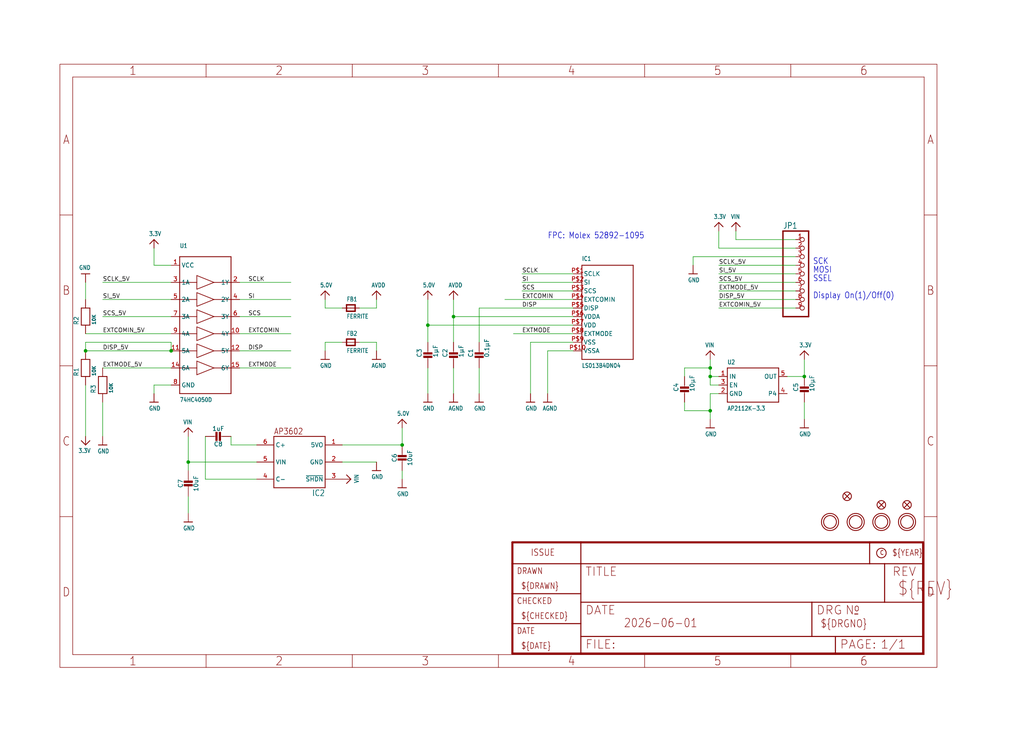
<source format=kicad_sch>
(kicad_sch (version 20230121) (generator eeschema)
  (paper "User" 303.962 217.322)
  (lib_symbols
    (symbol "working-eagle-import:3.3V" (power)
      (property "Value" "3.3V" (at -1.524 1.016 0))
      (symbol "3.3V_1_0"
        (polyline (pts (xy -1.27 -1.27) (xy 0 0)) (stroke (width 0.254)))
        (polyline (pts (xy 0 0) (xy 1.27 -1.27)) (stroke (width 0.254)))
        (pin power_in line (at 0 -2.54 90) (length 2.54) (name "3.3V") (number "1"))
      )
    )
    (symbol "working-eagle-import:5.0V" (power)
      (property "Value" "5.0V" (at -1.524 1.016 0))
      (symbol "5.0V_1_0"
        (polyline (pts (xy -1.27 -1.27) (xy 0 0)) (stroke (width 0.254)))
        (polyline (pts (xy 0 0) (xy 1.27 -1.27)) (stroke (width 0.254)))
        (pin power_in line (at 0 -2.54 90) (length 2.54) (name "5.0V") (number "1"))
      )
    )
    (symbol "working-eagle-import:74HC4050D"
      (property "Reference" "U" (at -7.62 22.86 0))
      (symbol "74HC4050D_1_0"
        (polyline (pts (xy -7.62 -20.32) (xy -7.62 20.32)) (stroke (width 0.254)))
        (polyline (pts (xy -7.62 -12.7) (xy -2.54 -12.7)) (stroke (width 0.2032)))
        (polyline (pts (xy -7.62 -7.62) (xy -2.54 -7.62)) (stroke (width 0.2032)))
        (polyline (pts (xy -7.62 -2.54) (xy -2.54 -2.54)) (stroke (width 0.2032)))
        (polyline (pts (xy -7.62 2.54) (xy -2.54 2.54)) (stroke (width 0.2032)))
        (polyline (pts (xy -7.62 7.62) (xy -2.54 7.62)) (stroke (width 0.2032)))
        (polyline (pts (xy -7.62 12.7) (xy -2.54 12.7)) (stroke (width 0.2032)))
        (polyline (pts (xy -7.62 20.32) (xy 7.62 20.32)) (stroke (width 0.254)))
        (polyline (pts (xy -2.54 -14.732) (xy -2.54 -12.7)) (stroke (width 0.2032)))
        (polyline (pts (xy -2.54 -14.732) (xy 2.54 -12.7)) (stroke (width 0.2032)))
        (polyline (pts (xy -2.54 -12.7) (xy -2.54 -10.668)) (stroke (width 0.2032)))
        (polyline (pts (xy -2.54 -9.652) (xy -2.54 -7.62)) (stroke (width 0.2032)))
        (polyline (pts (xy -2.54 -9.652) (xy 2.54 -7.62)) (stroke (width 0.2032)))
        (polyline (pts (xy -2.54 -7.62) (xy -2.54 -5.588)) (stroke (width 0.2032)))
        (polyline (pts (xy -2.54 -4.572) (xy -2.54 -2.54)) (stroke (width 0.2032)))
        (polyline (pts (xy -2.54 -4.572) (xy 2.54 -2.54)) (stroke (width 0.2032)))
        (polyline (pts (xy -2.54 -2.54) (xy -2.54 -0.508)) (stroke (width 0.2032)))
        (polyline (pts (xy -2.54 0.508) (xy -2.54 2.54)) (stroke (width 0.2032)))
        (polyline (pts (xy -2.54 0.508) (xy 2.54 2.54)) (stroke (width 0.2032)))
        (polyline (pts (xy -2.54 2.54) (xy -2.54 4.572)) (stroke (width 0.2032)))
        (polyline (pts (xy -2.54 5.588) (xy -2.54 7.62)) (stroke (width 0.2032)))
        (polyline (pts (xy -2.54 5.588) (xy 2.54 7.62)) (stroke (width 0.2032)))
        (polyline (pts (xy -2.54 7.62) (xy -2.54 9.652)) (stroke (width 0.2032)))
        (polyline (pts (xy -2.54 10.668) (xy -2.54 12.7)) (stroke (width 0.2032)))
        (polyline (pts (xy -2.54 10.668) (xy 2.54 12.7)) (stroke (width 0.2032)))
        (polyline (pts (xy -2.54 12.7) (xy -2.54 14.732)) (stroke (width 0.2032)))
        (polyline (pts (xy 2.54 -12.7) (xy -2.54 -10.668)) (stroke (width 0.2032)))
        (polyline (pts (xy 2.54 -12.7) (xy 7.62 -12.7)) (stroke (width 0.2032)))
        (polyline (pts (xy 2.54 -7.62) (xy -2.54 -5.588)) (stroke (width 0.2032)))
        (polyline (pts (xy 2.54 -7.62) (xy 7.62 -7.62)) (stroke (width 0.2032)))
        (polyline (pts (xy 2.54 -2.54) (xy -2.54 -0.508)) (stroke (width 0.2032)))
        (polyline (pts (xy 2.54 -2.54) (xy 7.62 -2.54)) (stroke (width 0.2032)))
        (polyline (pts (xy 2.54 2.54) (xy -2.54 4.572)) (stroke (width 0.2032)))
        (polyline (pts (xy 2.54 2.54) (xy 7.62 2.54)) (stroke (width 0.2032)))
        (polyline (pts (xy 2.54 7.62) (xy -2.54 9.652)) (stroke (width 0.2032)))
        (polyline (pts (xy 2.54 7.62) (xy 7.62 7.62)) (stroke (width 0.2032)))
        (polyline (pts (xy 2.54 12.7) (xy -2.54 14.732)) (stroke (width 0.2032)))
        (polyline (pts (xy 2.54 12.7) (xy 7.62 12.7)) (stroke (width 0.2032)))
        (polyline (pts (xy 7.62 -20.32) (xy -7.62 -20.32)) (stroke (width 0.254)))
        (polyline (pts (xy 7.62 12.7) (xy 7.62 -20.32)) (stroke (width 0.254)))
        (polyline (pts (xy 7.62 20.32) (xy 7.62 12.7)) (stroke (width 0.254)))
        (pin bidirectional line (at -10.16 17.78 0) (length 2.54) (name "VCC") (number "1"))
        (pin bidirectional line (at 10.16 -2.54 180) (length 2.54) (name "4Y") (number "10"))
        (pin bidirectional line (at -10.16 -7.62 0) (length 2.54) (name "5A") (number "11"))
        (pin bidirectional line (at 10.16 -7.62 180) (length 2.54) (name "5Y") (number "12"))
        (pin bidirectional line (at -10.16 -12.7 0) (length 2.54) (name "6A") (number "14"))
        (pin bidirectional line (at 10.16 -12.7 180) (length 2.54) (name "6Y") (number "15"))
        (pin bidirectional line (at 10.16 12.7 180) (length 2.54) (name "1Y") (number "2"))
        (pin bidirectional line (at -10.16 12.7 0) (length 2.54) (name "1A") (number "3"))
        (pin bidirectional line (at 10.16 7.62 180) (length 2.54) (name "2Y") (number "4"))
        (pin bidirectional line (at -10.16 7.62 0) (length 2.54) (name "2A") (number "5"))
        (pin bidirectional line (at 10.16 2.54 180) (length 2.54) (name "3Y") (number "6"))
        (pin bidirectional line (at -10.16 2.54 0) (length 2.54) (name "3A") (number "7"))
        (pin bidirectional line (at -10.16 -17.78 0) (length 2.54) (name "GND") (number "8"))
        (pin bidirectional line (at -10.16 -2.54 0) (length 2.54) (name "4A") (number "9"))
      )
    )
    (symbol "working-eagle-import:AGND" (power)
      (property "Value" "AGND" (at -1.524 -2.54 0))
      (symbol "AGND_1_0"
        (polyline (pts (xy -1.27 0) (xy 1.27 0)) (stroke (width 0.254)))
        (pin power_in line (at 0 2.54 270) (length 2.54) (name "AGND") (number "1"))
      )
    )
    (symbol "working-eagle-import:AP3602"
      (property "Reference" "IC" (at -7.62 -10.16 0))
      (symbol "AP3602_1_0"
        (polyline (pts (xy -7.62 -7.62) (xy -7.62 7.62)) (stroke (width 0.254)))
        (polyline (pts (xy -7.62 7.62) (xy 7.62 7.62)) (stroke (width 0.254)))
        (polyline (pts (xy 7.62 -7.62) (xy -7.62 -7.62)) (stroke (width 0.254)))
        (polyline (pts (xy 7.62 7.62) (xy 7.62 -7.62)) (stroke (width 0.254)))
        (text "AP3602" (at 7.62 10.16 0) (effects (font (size 1.778 1.5113)) (justify right top)))
        (pin power_in line (at -12.7 5.08 0) (length 5.08) (name "5VO") (number "1"))
        (pin power_in line (at -12.7 0 0) (length 5.08) (name "GND") (number "2"))
        (pin input line (at -12.7 -5.08 0) (length 5.08) (name "~{SHDN}") (number "3"))
        (pin bidirectional line (at 12.7 -5.08 180) (length 5.08) (name "C-") (number "4"))
        (pin power_in line (at 12.7 0 180) (length 5.08) (name "VIN") (number "5"))
        (pin bidirectional line (at 12.7 5.08 180) (length 5.08) (name "C+") (number "6"))
      )
    )
    (symbol "working-eagle-import:AVDD" (power)
      (property "Value" "AVDD" (at -1.524 1.016 0))
      (symbol "AVDD_1_0"
        (polyline (pts (xy -1.27 -1.27) (xy 0 0)) (stroke (width 0.254)))
        (polyline (pts (xy 0 0) (xy 1.27 -1.27)) (stroke (width 0.254)))
        (pin power_in line (at 0 -2.54 90) (length 2.54) (name "AVDD") (number "1"))
      )
    )
    (symbol "working-eagle-import:CAP_CERAMIC0603_NO"
      (property "Reference" "C" (at -2.29 1.25 90))
      (symbol "CAP_CERAMIC0603_NO_1_0"
        (rectangle (start -1.27 0.508) (end 1.27 1.016) (fill (type outline)))
        (rectangle (start -1.27 1.524) (end 1.27 2.032) (fill (type outline)))
        (polyline (pts (xy 0 0.762) (xy 0 0)) (stroke (width 0.1524)))
        (polyline (pts (xy 0 2.54) (xy 0 1.778)) (stroke (width 0.1524)))
        (pin passive line (at 0 5.08 270) (length 2.54) (name "1") (number "1"))
        (pin passive line (at 0 -2.54 90) (length 2.54) (name "2") (number "2"))
      )
    )
    (symbol "working-eagle-import:CAP_CERAMIC0805-NOOUTLINE"
      (property "Reference" "C" (at -2.29 1.25 90))
      (symbol "CAP_CERAMIC0805-NOOUTLINE_1_0"
        (rectangle (start -1.27 0.508) (end 1.27 1.016) (fill (type outline)))
        (rectangle (start -1.27 1.524) (end 1.27 2.032) (fill (type outline)))
        (polyline (pts (xy 0 0.762) (xy 0 0)) (stroke (width 0.1524)))
        (polyline (pts (xy 0 2.54) (xy 0 1.778)) (stroke (width 0.1524)))
        (pin passive line (at 0 5.08 270) (length 2.54) (name "1") (number "1"))
        (pin passive line (at 0 -2.54 90) (length 2.54) (name "2") (number "2"))
      )
    )
    (symbol "working-eagle-import:CAP_CERAMIC0805_10MGAP"
      (property "Reference" "C" (at -2.29 1.25 90))
      (symbol "CAP_CERAMIC0805_10MGAP_1_0"
        (rectangle (start -1.27 0.508) (end 1.27 1.016) (fill (type outline)))
        (rectangle (start -1.27 1.524) (end 1.27 2.032) (fill (type outline)))
        (polyline (pts (xy 0 0.762) (xy 0 0)) (stroke (width 0.1524)))
        (polyline (pts (xy 0 2.54) (xy 0 1.778)) (stroke (width 0.1524)))
        (pin passive line (at 0 5.08 270) (length 2.54) (name "1") (number "1"))
        (pin passive line (at 0 -2.54 90) (length 2.54) (name "2") (number "2"))
      )
    )
    (symbol "working-eagle-import:DISP_EINK_SHARPMEMORYLCD_10PIN_27IN"
      (property "Reference" "IC" (at -7.62 13.97 0))
      (symbol "DISP_EINK_SHARPMEMORYLCD_10PIN_27IN_1_0"
        (polyline (pts (xy -7.62 -15.24) (xy -7.62 12.7)) (stroke (width 0.254)))
        (polyline (pts (xy -7.62 12.7) (xy 7.62 12.7)) (stroke (width 0.254)))
        (polyline (pts (xy 7.62 -15.24) (xy -7.62 -15.24)) (stroke (width 0.254)))
        (polyline (pts (xy 7.62 12.7) (xy 7.62 -15.24)) (stroke (width 0.254)))
        (pin input line (at -10.16 10.16 0) (length 2.54) (name "SCLK") (number "P$1"))
        (pin power_in line (at -10.16 -12.7 0) (length 2.54) (name "VSSA") (number "P$10"))
        (pin input line (at -10.16 7.62 0) (length 2.54) (name "SI") (number "P$2"))
        (pin input line (at -10.16 5.08 0) (length 2.54) (name "SCS") (number "P$3"))
        (pin input line (at -10.16 2.54 0) (length 2.54) (name "EXTCOMIN") (number "P$4"))
        (pin input line (at -10.16 0 0) (length 2.54) (name "DISP") (number "P$5"))
        (pin power_in line (at -10.16 -2.54 0) (length 2.54) (name "VDDA") (number "P$6"))
        (pin power_in line (at -10.16 -5.08 0) (length 2.54) (name "VDD") (number "P$7"))
        (pin input line (at -10.16 -7.62 0) (length 2.54) (name "EXTMODE") (number "P$8"))
        (pin power_in line (at -10.16 -10.16 0) (length 2.54) (name "VSS") (number "P$9"))
      )
    )
    (symbol "working-eagle-import:FERRITE_0805"
      (property "Reference" "FB" (at -1.27 1.905 0))
      (symbol "FERRITE_0805_1_0"
        (polyline (pts (xy -1.27 -0.9525) (xy -1.27 0.9525)) (stroke (width 0.4064)))
        (polyline (pts (xy -1.27 0.9525) (xy 1.27 0.9525)) (stroke (width 0.4064)))
        (polyline (pts (xy 1.27 -0.9525) (xy -1.27 -0.9525)) (stroke (width 0.4064)))
        (polyline (pts (xy 1.27 0.9525) (xy 1.27 -0.9525)) (stroke (width 0.4064)))
        (pin passive line (at -2.54 0 0) (length 2.54) (name "P$1") (number "1"))
        (pin passive line (at 2.54 0 180) (length 2.54) (name "P$2") (number "2"))
      )
    )
    (symbol "working-eagle-import:FIDUCIAL_1MM"
      (symbol "FIDUCIAL_1MM_1_0"
        (polyline (pts (xy -0.762 0.762) (xy 0.762 -0.762)) (stroke (width 0.254)))
        (polyline (pts (xy 0.762 0.762) (xy -0.762 -0.762)) (stroke (width 0.254)))
        (circle (center 0 0) (radius 1.27) (stroke (width 0.254)))
      )
    )
    (symbol "working-eagle-import:FRAME_A4"
      (symbol "FRAME_A4_1_0"
        (polyline (pts (xy 0 44.7675) (xy 3.81 44.7675)))
        (polyline (pts (xy 0 89.535) (xy 3.81 89.535)))
        (polyline (pts (xy 0 134.3025) (xy 3.81 134.3025)))
        (polyline (pts (xy 3.81 3.81) (xy 3.81 175.26)))
        (polyline (pts (xy 43.3917 0) (xy 43.3917 3.81)))
        (polyline (pts (xy 43.3917 175.26) (xy 43.3917 179.07)))
        (polyline (pts (xy 86.7833 0) (xy 86.7833 3.81)))
        (polyline (pts (xy 86.7833 175.26) (xy 86.7833 179.07)))
        (polyline (pts (xy 130.175 0) (xy 130.175 3.81)))
        (polyline (pts (xy 130.175 175.26) (xy 130.175 179.07)))
        (polyline (pts (xy 173.5667 0) (xy 173.5667 3.81)))
        (polyline (pts (xy 173.5667 175.26) (xy 173.5667 179.07)))
        (polyline (pts (xy 216.9583 0) (xy 216.9583 3.81)))
        (polyline (pts (xy 216.9583 175.26) (xy 216.9583 179.07)))
        (polyline (pts (xy 256.54 3.81) (xy 3.81 3.81)))
        (polyline (pts (xy 256.54 3.81) (xy 256.54 8.89)) (stroke (width 0.1016)))
        (polyline (pts (xy 256.54 3.81) (xy 256.54 175.26)))
        (polyline (pts (xy 256.54 8.89) (xy 256.54 13.97)) (stroke (width 0.1016)))
        (polyline (pts (xy 256.54 13.97) (xy 256.54 19.05)) (stroke (width 0.1016)))
        (polyline (pts (xy 256.54 19.05) (xy 256.54 36.83)) (stroke (width 0.1016)))
        (polyline (pts (xy 256.54 44.7675) (xy 260.35 44.7675)))
        (polyline (pts (xy 256.54 89.535) (xy 260.35 89.535)))
        (polyline (pts (xy 256.54 134.3025) (xy 260.35 134.3025)))
        (polyline (pts (xy 256.54 175.26) (xy 3.81 175.26)))
        (polyline (pts (xy 0 0) (xy 260.35 0) (xy 260.35 179.07) (xy 0 179.07) (xy 0 0)))
        (text "1" (at 21.6958 1.905 0) (effects (font (size 2.54 2.286))))
        (text "1" (at 21.6958 177.165 0) (effects (font (size 2.54 2.286))))
        (text "2" (at 65.0875 1.905 0) (effects (font (size 2.54 2.286))))
        (text "2" (at 65.0875 177.165 0) (effects (font (size 2.54 2.286))))
        (text "3" (at 108.4792 1.905 0) (effects (font (size 2.54 2.286))))
        (text "3" (at 108.4792 177.165 0) (effects (font (size 2.54 2.286))))
        (text "4" (at 151.8708 1.905 0) (effects (font (size 2.54 2.286))))
        (text "4" (at 151.8708 177.165 0) (effects (font (size 2.54 2.286))))
        (text "5" (at 195.2625 1.905 0) (effects (font (size 2.54 2.286))))
        (text "5" (at 195.2625 177.165 0) (effects (font (size 2.54 2.286))))
        (text "6" (at 238.6542 1.905 0) (effects (font (size 2.54 2.286))))
        (text "6" (at 238.6542 177.165 0) (effects (font (size 2.54 2.286))))
        (text "A" (at 1.905 156.6863 0) (effects (font (size 2.54 2.286))))
        (text "A" (at 258.445 156.6863 0) (effects (font (size 2.54 2.286))))
        (text "B" (at 1.905 111.9188 0) (effects (font (size 2.54 2.286))))
        (text "B" (at 258.445 111.9188 0) (effects (font (size 2.54 2.286))))
        (text "C" (at 1.905 67.1513 0) (effects (font (size 2.54 2.286))))
        (text "C" (at 258.445 67.1513 0) (effects (font (size 2.54 2.286))))
        (text "D" (at 1.905 22.3838 0) (effects (font (size 2.54 2.286))))
        (text "D" (at 258.445 22.3838 0) (effects (font (size 2.54 2.286))))
      )
      (symbol "FRAME_A4_2_0"
        (polyline (pts (xy -0.3048 1.5748) (xy 20.0152 1.5748)) (stroke (width 0.6096)))
        (polyline (pts (xy -0.3048 10.4648) (xy -0.3048 1.5748)) (stroke (width 0.6096)))
        (polyline (pts (xy -0.3048 10.4648) (xy 20.0152 10.4648)) (stroke (width 0.3048)))
        (polyline (pts (xy -0.3048 19.3548) (xy -0.3048 10.4648)) (stroke (width 0.6096)))
        (polyline (pts (xy -0.3048 19.3548) (xy 20.0152 19.3548)) (stroke (width 0.3048)))
        (polyline (pts (xy -0.3048 28.2448) (xy -0.3048 19.3548)) (stroke (width 0.6096)))
        (polyline (pts (xy -0.3048 28.2448) (xy 20.0152 28.2448)) (stroke (width 0.3048)))
        (polyline (pts (xy -0.3048 34.5948) (xy -0.3048 28.2448)) (stroke (width 0.6096)))
        (polyline (pts (xy 20.0152 1.5748) (xy 20.0152 6.6548)) (stroke (width 0.3048)))
        (polyline (pts (xy 20.0152 1.5748) (xy 95.5802 1.5748)) (stroke (width 0.6096)))
        (polyline (pts (xy 20.0152 6.6548) (xy 20.0152 10.4648)) (stroke (width 0.3048)))
        (polyline (pts (xy 20.0152 6.6548) (xy 88.5952 6.6548)) (stroke (width 0.3048)))
        (polyline (pts (xy 20.0152 10.4648) (xy 20.0152 16.8148)) (stroke (width 0.3048)))
        (polyline (pts (xy 20.0152 16.8148) (xy 20.0152 19.3548)) (stroke (width 0.3048)))
        (polyline (pts (xy 20.0152 19.3548) (xy 20.0152 28.2448)) (stroke (width 0.3048)))
        (polyline (pts (xy 20.0152 28.2448) (xy 20.0152 34.5948)) (stroke (width 0.3048)))
        (polyline (pts (xy 20.0152 28.2448) (xy 105.7402 28.2448)) (stroke (width 0.3048)))
        (polyline (pts (xy 20.0152 34.5948) (xy -0.3048 34.5948)) (stroke (width 0.6096)))
        (polyline (pts (xy 88.5952 6.6548) (xy 95.5802 6.6548)) (stroke (width 0.3048)))
        (polyline (pts (xy 88.5952 16.8148) (xy 20.0152 16.8148)) (stroke (width 0.3048)))
        (polyline (pts (xy 88.5952 16.8148) (xy 88.5952 6.6548)) (stroke (width 0.3048)))
        (polyline (pts (xy 95.5802 1.5748) (xy 121.6152 1.5748)) (stroke (width 0.6096)))
        (polyline (pts (xy 95.5802 6.6548) (xy 95.5802 1.5748)) (stroke (width 0.3048)))
        (polyline (pts (xy 95.5802 6.6548) (xy 121.6152 6.6548)) (stroke (width 0.3048)))
        (polyline (pts (xy 101.2952 13.3223) (xy 102.2477 13.3223)) (stroke (width 0.254)))
        (polyline (pts (xy 105.7402 28.2448) (xy 105.7402 34.5948)) (stroke (width 0.3048)))
        (polyline (pts (xy 105.7402 28.2448) (xy 110.1852 28.2448)) (stroke (width 0.3048)))
        (polyline (pts (xy 105.7402 34.5948) (xy 20.0152 34.5948)) (stroke (width 0.6096)))
        (polyline (pts (xy 110.1852 16.8148) (xy 88.5952 16.8148)) (stroke (width 0.3048)))
        (polyline (pts (xy 110.1852 28.2448) (xy 110.1852 16.8148)) (stroke (width 0.3048)))
        (polyline (pts (xy 110.1852 28.2448) (xy 121.6152 28.2448)) (stroke (width 0.3048)))
        (polyline (pts (xy 121.6152 6.6548) (xy 121.6152 1.5748)) (stroke (width 0.6096)))
        (polyline (pts (xy 121.6152 16.8148) (xy 110.1852 16.8148)) (stroke (width 0.3048)))
        (polyline (pts (xy 121.6152 16.8148) (xy 121.6152 6.6548)) (stroke (width 0.6096)))
        (polyline (pts (xy 121.6152 28.2448) (xy 121.6152 16.8148)) (stroke (width 0.6096)))
        (polyline (pts (xy 121.6152 34.5948) (xy 105.7402 34.5948)) (stroke (width 0.6096)))
        (polyline (pts (xy 121.6152 34.5948) (xy 121.6152 28.2448)) (stroke (width 0.6096)))
        (circle (center 109.2327 31.4198) (radius 1.4199) (stroke (width 0.254)))
        (text "${#}/${##}" (at 108.9152 2.8448 0) (effects (font (size 2.54 2.54)) (justify left bottom)))
        (text "${CHECKED}" (at 2.2352 11.7348 0) (effects (font (size 1.778 1.5113)) (justify left bottom)))
        (text "${COMPANY}" (at 23.349 29.6735 0) (effects (font (size 3.175 2.6987) (thickness 0.5397) bold) (justify left bottom)))
        (text "${CURRENT_DATE}" (at 32.7152 9.1948 0) (effects (font (size 2.54 2.159)) (justify left bottom)))
        (text "${DATE}" (at 2.2352 2.8448 0) (effects (font (size 1.778 1.5113)) (justify left bottom)))
        (text "${DRAWN}" (at 2.2352 20.6248 0) (effects (font (size 1.778 1.5113)) (justify left bottom)))
        (text "${DRGNO}" (at 91.1352 9.1948 0) (effects (font (size 2.1844 1.8567)) (justify left bottom)))
        (text "${PROJECTNAME}" (at 33.0327 2.8448 0) (effects (font (size 2.54 2.159)) (justify left bottom)))
        (text "${REV}" (at 113.9952 18.7198 0) (effects (font (size 3.81 3.2385)) (justify left bottom)))
        (text "${YEAR}" (at 112.4077 30.4673 0) (effects (font (size 1.778 1.5113)) (justify left bottom)))
        (text "C" (at 108.7564 30.7848 0) (effects (font (size 1.27 1.0795)) (justify left bottom)))
        (text "CHECKED" (at 0.9652 16.1798 0) (effects (font (size 1.778 1.5113)) (justify left bottom)))
        (text "DATE" (at 0.9652 7.2898 0) (effects (font (size 1.778 1.5113)) (justify left bottom)))
        (text "DATE" (at 21.2852 13.0048 0) (effects (font (size 2.54 2.54)) (justify left bottom)))
        (text "DRAWN" (at 0.9652 25.0698 0) (effects (font (size 1.778 1.5113)) (justify left bottom)))
        (text "DRG" (at 89.8652 13.0048 0) (effects (font (size 2.54 2.54)) (justify left bottom)))
        (text "FILE:" (at 21.2852 2.8448 0) (effects (font (size 2.54 2.54)) (justify left bottom)))
        (text "ISSUE" (at 5.0927 30.4673 0) (effects (font (size 1.9304 1.6408)) (justify left bottom)))
        (text "N" (at 98.4377 13.0048 0) (effects (font (size 2.54 2.54)) (justify left bottom)))
        (text "o" (at 100.9777 13.9573 0) (effects (font (size 2.1844 1.8567)) (justify left bottom)))
        (text "PAGE:" (at 96.8502 2.8448 0) (effects (font (size 2.54 2.54)) (justify left bottom)))
        (text "REV" (at 112.4077 24.4348 0) (effects (font (size 2.54 2.54)) (justify left bottom)))
        (text "TITLE" (at 21.2852 24.4348 0) (effects (font (size 2.54 2.54)) (justify left bottom)))
      )
    )
    (symbol "working-eagle-import:GND" (power)
      (property "Value" "GND" (at -1.524 -2.54 0))
      (symbol "GND_1_0"
        (polyline (pts (xy -1.27 0) (xy 1.27 0)) (stroke (width 0.254)))
        (pin power_in line (at 0 2.54 270) (length 2.54) (name "GND") (number "1"))
      )
    )
    (symbol "working-eagle-import:HEADER-1X970MIL"
      (property "Reference" "JP" (at -6.35 13.335 0))
      (symbol "HEADER-1X970MIL_1_0"
        (polyline (pts (xy -6.35 -12.7) (xy 1.27 -12.7)) (stroke (width 0.4064)))
        (polyline (pts (xy -6.35 12.7) (xy -6.35 -12.7)) (stroke (width 0.4064)))
        (polyline (pts (xy 1.27 -12.7) (xy 1.27 12.7)) (stroke (width 0.4064)))
        (polyline (pts (xy 1.27 12.7) (xy -6.35 12.7)) (stroke (width 0.4064)))
        (pin passive inverted (at -2.54 10.16 0) (length 2.54) (name "1") (number "1"))
        (pin passive inverted (at -2.54 7.62 0) (length 2.54) (name "2") (number "2"))
        (pin passive inverted (at -2.54 5.08 0) (length 2.54) (name "3") (number "3"))
        (pin passive inverted (at -2.54 2.54 0) (length 2.54) (name "4") (number "4"))
        (pin passive inverted (at -2.54 0 0) (length 2.54) (name "5") (number "5"))
        (pin passive inverted (at -2.54 -2.54 0) (length 2.54) (name "6") (number "6"))
        (pin passive inverted (at -2.54 -5.08 0) (length 2.54) (name "7") (number "7"))
        (pin passive inverted (at -2.54 -7.62 0) (length 2.54) (name "8") (number "8"))
        (pin passive inverted (at -2.54 -10.16 0) (length 2.54) (name "9") (number "9"))
      )
    )
    (symbol "working-eagle-import:MOUNTINGHOLE2.5"
      (symbol "MOUNTINGHOLE2.5_1_0"
        (circle (center 0 0) (radius 1.905) (stroke (width 0.254)))
        (circle (center 0 0) (radius 2.54) (stroke (width 0.254)))
      )
    )
    (symbol "working-eagle-import:MOUNTINGHOLE2.5_THICK"
      (symbol "MOUNTINGHOLE2.5_THICK_1_0"
        (circle (center 0 0) (radius 1.905) (stroke (width 0.254)))
        (circle (center 0 0) (radius 2.54) (stroke (width 0.254)))
      )
    )
    (symbol "working-eagle-import:RESISTOR_0603_NOOUT"
      (property "Reference" "R" (at 0 2.54 0))
      (symbol "RESISTOR_0603_NOOUT_1_0"
        (polyline (pts (xy -2.54 -1.27) (xy -2.54 1.27)) (stroke (width 0.254)))
        (polyline (pts (xy -2.54 1.27) (xy 2.54 1.27)) (stroke (width 0.254)))
        (polyline (pts (xy 2.54 -1.27) (xy -2.54 -1.27)) (stroke (width 0.254)))
        (polyline (pts (xy 2.54 1.27) (xy 2.54 -1.27)) (stroke (width 0.254)))
        (pin passive line (at -5.08 0 0) (length 2.54) (name "1") (number "1"))
        (pin passive line (at 5.08 0 180) (length 2.54) (name "2") (number "2"))
      )
    )
    (symbol "working-eagle-import:VIN" (power)
      (property "Value" "VIN" (at -1.524 1.016 0))
      (symbol "VIN_1_0"
        (polyline (pts (xy -1.27 -1.27) (xy 0 0)) (stroke (width 0.254)))
        (polyline (pts (xy 0 0) (xy 1.27 -1.27)) (stroke (width 0.254)))
        (pin power_in line (at 0 -2.54 90) (length 2.54) (name "VIN") (number "1"))
      )
    )
    (symbol "working-eagle-import:VREG_SOT23-5"
      (property "Reference" "U" (at -7.62 6.096 0))
      (symbol "VREG_SOT23-5_1_0"
        (polyline (pts (xy -7.62 -5.08) (xy -7.62 5.08)) (stroke (width 0.254)))
        (polyline (pts (xy -7.62 5.08) (xy 7.62 5.08)) (stroke (width 0.254)))
        (polyline (pts (xy 7.62 -5.08) (xy -7.62 -5.08)) (stroke (width 0.254)))
        (polyline (pts (xy 7.62 5.08) (xy 7.62 -5.08)) (stroke (width 0.254)))
        (pin power_in line (at -10.16 2.54 0) (length 2.54) (name "IN") (number "1"))
        (pin power_in line (at -10.16 -2.54 0) (length 2.54) (name "GND") (number "2"))
        (pin input line (at -10.16 0 0) (length 2.54) (name "EN") (number "3"))
        (pin bidirectional line (at 10.16 -2.54 180) (length 2.54) (name "P4") (number "4"))
        (pin power_in line (at 10.16 2.54 180) (length 2.54) (name "OUT") (number "5"))
      )
    )
    (symbol "working-eagle-import:adafruit_power_5.0V" (power)
      (property "Value" "adafruit_power_5.0V" (at -1.524 1.016 0))
      (symbol "adafruit_power_5.0V_1_0"
        (polyline (pts (xy -1.27 -1.27) (xy 0 0)) (stroke (width 0.254)))
        (polyline (pts (xy 0 0) (xy 1.27 -1.27)) (stroke (width 0.254)))
        (pin power_in line (at 0 -2.54 90) (length 2.54) (name "5.0V") (number "1"))
      )
    )
    (symbol "working-eagle-import:adafruit_power_VIN" (power)
      (property "Value" "adafruit_power_VIN" (at -1.524 1.016 0))
      (symbol "adafruit_power_VIN_1_0"
        (polyline (pts (xy -1.27 -1.27) (xy 0 0)) (stroke (width 0.254)))
        (polyline (pts (xy 0 0) (xy 1.27 -1.27)) (stroke (width 0.254)))
        (pin power_in line (at 0 -2.54 90) (length 2.54) (name "VIN") (number "1"))
      )
    )
  )
  (junction (at 210.82 109.22))
  (junction (at 210.82 121.92))
  (junction (at 50.8 104.14))
  (junction (at 134.62 93.98))
  (junction (at 127 96.52))
  (junction (at 25.4 104.14))
  (junction (at 238.76 111.76))
  (junction (at 119.38 132.08))
  (junction (at 55.88 137.16))
  (junction (at 210.82 111.76))
  (wire (pts (xy 86.36 88.9) (xy 71.12 88.9)) (stroke (width 0.1524)))
  (wire (pts (xy 236.22 71.12) (xy 218.44 71.12)) (stroke (width 0.1524)))
  (wire (pts (xy 60.96 142.24) (xy 60.96 129.54)) (stroke (width 0.1524)))
  (wire (pts (xy 50.8 78.74) (xy 45.72 78.74)) (stroke (width 0.1524)))
  (wire (pts (xy 236.22 88.9) (xy 213.36 88.9)) (stroke (width 0.1524)))
  (wire (pts (xy 25.4 83.82) (xy 25.4 88.9)) (stroke (width 0.1524)))
  (wire (pts (xy 170.18 93.98) (xy 134.62 93.98)) (stroke (width 0.1524)))
  (wire (pts (xy 96.52 101.6) (xy 96.52 104.14)) (stroke (width 0.1524)))
  (wire (pts (xy 238.76 119.38) (xy 238.76 124.46)) (stroke (width 0.1524)))
  (wire (pts (xy 203.2 121.92) (xy 210.82 121.92)) (stroke (width 0.1524)))
  (wire (pts (xy 25.4 129.54) (xy 25.4 114.3)) (stroke (width 0.1524)))
  (wire (pts (xy 170.18 86.36) (xy 154.94 86.36)) (stroke (width 0.1524)))
  (wire (pts (xy 55.88 147.32) (xy 55.88 152.4)) (stroke (width 0.1524)))
  (wire (pts (xy 50.8 101.6) (xy 50.8 104.14)) (stroke (width 0.1524)))
  (wire (pts (xy 142.24 109.22) (xy 142.24 116.84)) (stroke (width 0.1524)))
  (wire (pts (xy 170.18 104.14) (xy 162.56 104.14)) (stroke (width 0.1524)))
  (wire (pts (xy 55.88 137.16) (xy 55.88 129.54)) (stroke (width 0.1524)))
  (wire (pts (xy 50.8 93.98) (xy 30.48 93.98)) (stroke (width 0.1524)))
  (wire (pts (xy 236.22 73.66) (xy 213.36 73.66)) (stroke (width 0.1524)))
  (wire (pts (xy 162.56 104.14) (xy 162.56 116.84)) (stroke (width 0.1524)))
  (wire (pts (xy 203.2 119.38) (xy 203.2 121.92)) (stroke (width 0.1524)))
  (wire (pts (xy 76.2 142.24) (xy 60.96 142.24)) (stroke (width 0.1524)))
  (wire (pts (xy 127 96.52) (xy 127 88.9)) (stroke (width 0.1524)))
  (wire (pts (xy 210.82 111.76) (xy 210.82 109.22)) (stroke (width 0.1524)))
  (wire (pts (xy 50.8 83.82) (xy 30.48 83.82)) (stroke (width 0.1524)))
  (wire (pts (xy 86.36 109.22) (xy 71.12 109.22)) (stroke (width 0.1524)))
  (wire (pts (xy 213.36 114.3) (xy 210.82 114.3)) (stroke (width 0.1524)))
  (wire (pts (xy 210.82 121.92) (xy 210.82 124.46)) (stroke (width 0.1524)))
  (wire (pts (xy 30.48 129.54) (xy 30.48 119.38)) (stroke (width 0.1524)))
  (wire (pts (xy 213.36 116.84) (xy 210.82 116.84)) (stroke (width 0.1524)))
  (wire (pts (xy 127 109.22) (xy 127 116.84)) (stroke (width 0.1524)))
  (wire (pts (xy 134.62 93.98) (xy 134.62 101.6)) (stroke (width 0.1524)))
  (wire (pts (xy 238.76 111.76) (xy 238.76 106.68)) (stroke (width 0.1524)))
  (wire (pts (xy 233.68 111.76) (xy 238.76 111.76)) (stroke (width 0.1524)))
  (wire (pts (xy 236.22 81.28) (xy 213.36 81.28)) (stroke (width 0.1524)))
  (wire (pts (xy 236.22 76.2) (xy 205.74 76.2)) (stroke (width 0.1524)))
  (wire (pts (xy 55.88 137.16) (xy 55.88 139.7)) (stroke (width 0.1524)))
  (wire (pts (xy 101.6 101.6) (xy 96.52 101.6)) (stroke (width 0.1524)))
  (wire (pts (xy 111.76 101.6) (xy 111.76 104.14)) (stroke (width 0.1524)))
  (wire (pts (xy 25.4 101.6) (xy 50.8 101.6)) (stroke (width 0.1524)))
  (wire (pts (xy 50.8 109.22) (xy 30.48 109.22)) (stroke (width 0.1524)))
  (wire (pts (xy 213.36 73.66) (xy 213.36 68.58)) (stroke (width 0.1524)))
  (wire (pts (xy 203.2 109.22) (xy 210.82 109.22)) (stroke (width 0.1524)))
  (wire (pts (xy 170.18 101.6) (xy 157.48 101.6)) (stroke (width 0.1524)))
  (wire (pts (xy 142.24 91.44) (xy 142.24 101.6)) (stroke (width 0.1524)))
  (wire (pts (xy 205.74 76.2) (xy 205.74 78.74)) (stroke (width 0.1524)))
  (wire (pts (xy 213.36 111.76) (xy 210.82 111.76)) (stroke (width 0.1524)))
  (wire (pts (xy 236.22 86.36) (xy 213.36 86.36)) (stroke (width 0.1524)))
  (wire (pts (xy 111.76 137.16) (xy 101.6 137.16)) (stroke (width 0.1524)))
  (wire (pts (xy 134.62 109.22) (xy 134.62 116.84)) (stroke (width 0.1524)))
  (wire (pts (xy 50.8 99.06) (xy 25.4 99.06)) (stroke (width 0.1524)))
  (wire (pts (xy 210.82 114.3) (xy 210.82 111.76)) (stroke (width 0.1524)))
  (wire (pts (xy 76.2 132.08) (xy 68.58 132.08)) (stroke (width 0.1524)))
  (wire (pts (xy 218.44 71.12) (xy 218.44 68.58)) (stroke (width 0.1524)))
  (wire (pts (xy 101.6 132.08) (xy 119.38 132.08)) (stroke (width 0.1524)))
  (wire (pts (xy 170.18 83.82) (xy 154.94 83.82)) (stroke (width 0.1524)))
  (wire (pts (xy 170.18 88.9) (xy 149.86 88.9)) (stroke (width 0.1524)))
  (wire (pts (xy 210.82 116.84) (xy 210.82 121.92)) (stroke (width 0.1524)))
  (wire (pts (xy 119.38 139.7) (xy 119.38 142.24)) (stroke (width 0.1524)))
  (wire (pts (xy 86.36 83.82) (xy 71.12 83.82)) (stroke (width 0.1524)))
  (wire (pts (xy 45.72 78.74) (xy 45.72 73.66)) (stroke (width 0.1524)))
  (wire (pts (xy 86.36 93.98) (xy 71.12 93.98)) (stroke (width 0.1524)))
  (wire (pts (xy 106.68 101.6) (xy 111.76 101.6)) (stroke (width 0.1524)))
  (wire (pts (xy 170.18 99.06) (xy 152.4 99.06)) (stroke (width 0.1524)))
  (wire (pts (xy 170.18 91.44) (xy 142.24 91.44)) (stroke (width 0.1524)))
  (wire (pts (xy 50.8 88.9) (xy 30.48 88.9)) (stroke (width 0.1524)))
  (wire (pts (xy 86.36 99.06) (xy 71.12 99.06)) (stroke (width 0.1524)))
  (wire (pts (xy 236.22 78.74) (xy 213.36 78.74)) (stroke (width 0.1524)))
  (wire (pts (xy 119.38 132.08) (xy 119.38 127)) (stroke (width 0.1524)))
  (wire (pts (xy 170.18 81.28) (xy 154.94 81.28)) (stroke (width 0.1524)))
  (wire (pts (xy 50.8 104.14) (xy 25.4 104.14)) (stroke (width 0.1524)))
  (wire (pts (xy 45.72 114.3) (xy 45.72 116.84)) (stroke (width 0.1524)))
  (wire (pts (xy 236.22 91.44) (xy 213.36 91.44)) (stroke (width 0.1524)))
  (wire (pts (xy 106.68 91.44) (xy 111.76 91.44)) (stroke (width 0.1524)))
  (wire (pts (xy 68.58 132.08) (xy 68.58 129.54)) (stroke (width 0.1524)))
  (wire (pts (xy 157.48 101.6) (xy 157.48 116.84)) (stroke (width 0.1524)))
  (wire (pts (xy 236.22 83.82) (xy 213.36 83.82)) (stroke (width 0.1524)))
  (wire (pts (xy 127 101.6) (xy 127 96.52)) (stroke (width 0.1524)))
  (wire (pts (xy 111.76 91.44) (xy 111.76 88.9)) (stroke (width 0.1524)))
  (wire (pts (xy 50.8 114.3) (xy 45.72 114.3)) (stroke (width 0.1524)))
  (wire (pts (xy 86.36 104.14) (xy 71.12 104.14)) (stroke (width 0.1524)))
  (wire (pts (xy 134.62 93.98) (xy 134.62 88.9)) (stroke (width 0.1524)))
  (wire (pts (xy 170.18 96.52) (xy 127 96.52)) (stroke (width 0.1524)))
  (wire (pts (xy 203.2 111.76) (xy 203.2 109.22)) (stroke (width 0.1524)))
  (wire (pts (xy 210.82 109.22) (xy 210.82 106.68)) (stroke (width 0.1524)))
  (wire (pts (xy 96.52 91.44) (xy 96.52 88.9)) (stroke (width 0.1524)))
  (wire (pts (xy 101.6 91.44) (xy 96.52 91.44)) (stroke (width 0.1524)))
  (wire (pts (xy 25.4 104.14) (xy 25.4 101.6)) (stroke (width 0.1524)))
  (wire (pts (xy 76.2 137.16) (xy 55.88 137.16)) (stroke (width 0.1524)))
  (text "MOSI" (at 241.3 81.28 0) (effects (font (size 1.778 1.5113)) (justify left bottom)))
  (text "Display On(1)/Off(0)" (at 241.3 88.9 0) (effects (font (size 1.778 1.5113)) (justify left bottom)))
  (text "SCK" (at 241.3 78.74 0) (effects (font (size 1.778 1.5113)) (justify left bottom)))
  (text "SSEL" (at 241.3 83.82 0) (effects (font (size 1.778 1.5113)) (justify left bottom)))
  (text "FPC: Molex 52892-1095" (at 162.56 71.12 0) (effects (font (size 1.778 1.5113)) (justify left bottom)))
  (label "EXTMODE_5V" (at 213.36 86.36 0) (effects (font (size 1.2446 1.2446))))
  (label "EXTMODE_5V" (at 30.48 109.22 0) (effects (font (size 1.2446 1.2446))))
  (label "SCLK_5V" (at 30.48 83.82 0) (effects (font (size 1.2446 1.2446))))
  (label "DISP" (at 154.94 91.44 0) (effects (font (size 1.2446 1.2446))))
  (label "SCS_5V" (at 30.48 93.98 0) (effects (font (size 1.2446 1.2446))))
  (label "SCS" (at 154.94 86.36 0) (effects (font (size 1.2446 1.2446))))
  (label "SI_5V" (at 30.48 88.9 0) (effects (font (size 1.2446 1.2446))))
  (label "SI_5V" (at 213.36 81.28 0) (effects (font (size 1.2446 1.2446))))
  (label "EXTCOMIN_5V" (at 30.48 99.06 0) (effects (font (size 1.2446 1.2446))))
  (label "SCLK_5V" (at 213.36 78.74 0) (effects (font (size 1.2446 1.2446))))
  (label "EXTMODE" (at 154.94 99.06 0) (effects (font (size 1.2446 1.2446))))
  (label "SI" (at 73.66 88.9 0) (effects (font (size 1.2446 1.2446))))
  (label "SI" (at 154.94 83.82 0) (effects (font (size 1.2446 1.2446))))
  (label "EXTCOMIN" (at 154.94 88.9 0) (effects (font (size 1.2446 1.2446))))
  (label "EXTCOMIN" (at 73.66 99.06 0) (effects (font (size 1.2446 1.2446))))
  (label "EXTMODE" (at 73.66 109.22 0) (effects (font (size 1.2446 1.2446))))
  (label "SCLK" (at 154.94 81.28 0) (effects (font (size 1.2446 1.2446))))
  (label "DISP_5V" (at 30.48 104.14 0) (effects (font (size 1.2446 1.2446))))
  (label "SCS" (at 73.66 93.98 0) (effects (font (size 1.2446 1.2446))))
  (label "EXTCOMIN_5V" (at 213.36 91.44 0) (effects (font (size 1.2446 1.2446))))
  (label "SCLK" (at 73.66 83.82 0) (effects (font (size 1.2446 1.2446))))
  (label "SCS_5V" (at 213.36 83.82 0) (effects (font (size 1.2446 1.2446))))
  (label "DISP_5V" (at 213.36 88.9 0) (effects (font (size 1.2446 1.2446))))
  (label "DISP" (at 73.66 104.14 0) (effects (font (size 1.2446 1.2446))))
  (symbol (lib_id "working-eagle-import:FIDUCIAL_1MM") (at 261.62 149.86 0) (unit 1)
    (property "Reference" "FID1" (effects hide))
    (property "Value" "FIDUCIAL_1MM" (effects hide))
    (property "Footprint" "working:FIDUCIAL_1MM" (effects hide))
  )
  (symbol (lib_id "working-eagle-import:GND") (at 25.4 81.28 180) (unit 1)
    (property "Reference" "#U$24" (effects hide))
    (property "Value" "GND" (at 26.924 78.74 0) (effects (font (size 1.27 1.0795)) (justify left bottom)))
  )
  (symbol (lib_id "working-eagle-import:AGND") (at 134.62 119.38 0) (unit 1)
    (property "Reference" "#U$1" (effects hide))
    (property "Value" "AGND" (at 133.096 121.92 0) (effects (font (size 1.27 1.0795)) (justify left bottom)))
  )
  (symbol (lib_id "working-eagle-import:74HC4050D") (at 60.96 96.52 0) (unit 1)
    (property "Reference" "U1" (at 53.34 73.66 0) (effects (font (size 1.27 1.0795)) (justify left bottom)))
    (property "Value" "74HC4050D" (at 53.34 119.38 0) (effects (font (size 1.27 1.0795)) (justify left bottom)))
    (property "Footprint" "working:SOIC16" (effects hide))
  )
  (symbol (lib_id "working-eagle-import:CAP_CERAMIC0603_NO") (at 142.24 106.68 0) (unit 1)
    (property "Reference" "C1" (at 140.45 106.14 90) (effects (justify left bottom)))
    (property "Value" "0.1µF" (at 145.24 106.14 90) (effects (justify left bottom)))
    (property "Footprint" "working:0603-NO" (effects hide))
  )
  (symbol (lib_id "working-eagle-import:CAP_CERAMIC0805-NOOUTLINE") (at 119.38 137.16 0) (unit 1)
    (property "Reference" "C6" (at 117.09 135.91 90))
    (property "Value" "10uF" (at 121.68 135.91 90))
    (property "Footprint" "working:0805-NO" (effects hide))
  )
  (symbol (lib_id "working-eagle-import:GND") (at 210.82 127 0) (unit 1)
    (property "Reference" "#U$20" (effects hide))
    (property "Value" "GND" (at 209.296 129.54 0) (effects (font (size 1.27 1.0795)) (justify left bottom)))
  )
  (symbol (lib_id "working-eagle-import:3.3V") (at 238.76 104.14 0) (unit 1)
    (property "Reference" "#U$17" (effects hide))
    (property "Value" "3.3V" (at 237.236 103.124 0) (effects (font (size 1.27 1.0795)) (justify left bottom)))
  )
  (symbol (lib_id "working-eagle-import:adafruit_power_5.0V") (at 127 86.36 0) (unit 1)
    (property "Reference" "#U$4" (effects hide))
    (property "Value" "5.0V" (at 125.476 85.344 0) (effects (font (size 1.27 1.0795)) (justify left bottom)))
  )
  (symbol (lib_id "working-eagle-import:3.3V") (at 213.36 66.04 0) (unit 1)
    (property "Reference" "#U$9" (effects hide))
    (property "Value" "3.3V" (at 211.836 65.024 0) (effects (font (size 1.27 1.0795)) (justify left bottom)))
  )
  (symbol (lib_id "working-eagle-import:FRAME_A4") (at 17.78 198.12 0) (unit 1)
    (property "Reference" "#FRAME1" (effects hide))
    (property "Value" "FRAME_A4" (effects hide))
  )
  (symbol (lib_id "working-eagle-import:GND") (at 111.76 139.7 0) (unit 1)
    (property "Reference" "#U$34" (effects hide))
    (property "Value" "GND" (at 110.236 142.24 0) (effects (font (size 1.27 1.0795)) (justify left bottom)))
  )
  (symbol (lib_id "working-eagle-import:CAP_CERAMIC0805-NOOUTLINE") (at 55.88 144.78 0) (unit 1)
    (property "Reference" "C7" (at 53.59 143.53 90))
    (property "Value" "10uF" (at 58.18 143.53 90))
    (property "Footprint" "working:0805-NO" (effects hide))
  )
  (symbol (lib_id "working-eagle-import:adafruit_power_VIN") (at 210.82 104.14 0) (unit 1)
    (property "Reference" "#U$13" (effects hide))
    (property "Value" "VIN" (at 209.296 103.124 0) (effects (font (size 1.27 1.0795)) (justify left bottom)))
  )
  (symbol (lib_id "working-eagle-import:HEADER-1X970MIL") (at 238.76 81.28 0) (unit 1)
    (property "Reference" "JP1" (at 232.41 67.945 0) (effects (font (size 1.778 1.5113)) (justify left bottom)))
    (property "Value" "HEADER-1X970MIL" (effects hide))
    (property "Footprint" "working:1X09_ROUND_70" (effects hide))
  )
  (symbol (lib_id "working-eagle-import:FRAME_A4") (at 152.4 195.58 0) (unit 2)
    (property "Reference" "#FRAME1" (effects hide))
    (property "Value" "FRAME_A4" (effects hide))
  )
  (symbol (lib_id "working-eagle-import:GND") (at 45.72 119.38 0) (unit 1)
    (property "Reference" "#U$11" (effects hide))
    (property "Value" "GND" (at 44.196 121.92 0) (effects (font (size 1.27 1.0795)) (justify left bottom)))
  )
  (symbol (lib_id "working-eagle-import:AVDD") (at 111.76 86.36 0) (unit 1)
    (property "Reference" "#U$12" (effects hide))
    (property "Value" "AVDD" (at 110.236 85.344 0) (effects (font (size 1.27 1.0795)) (justify left bottom)))
  )
  (symbol (lib_id "working-eagle-import:FERRITE_0805") (at 104.14 91.44 0) (unit 1)
    (property "Reference" "FB1" (at 102.87 89.535 0) (effects (font (size 1.27 1.0795)) (justify left bottom)))
    (property "Value" "FERRITE" (at 102.87 94.615 0) (effects (font (size 1.27 1.0795)) (justify left bottom)))
    (property "Footprint" "working:_0805" (effects hide))
  )
  (symbol (lib_id "working-eagle-import:MOUNTINGHOLE2.5_THICK") (at 261.62 154.94 0) (unit 1)
    (property "Reference" "U$21" (effects hide))
    (property "Value" "MOUNTINGHOLE2.5_THICK" (effects hide))
    (property "Footprint" "working:MOUNTINGHOLE_2.5_PLATED_THICK" (effects hide))
  )
  (symbol (lib_id "working-eagle-import:CAP_CERAMIC0805_10MGAP") (at 134.62 106.68 0) (unit 1)
    (property "Reference" "C2" (at 132.83 106.14 90) (effects (justify left bottom)))
    (property "Value" "1µF" (at 137.62 106.14 90) (effects (justify left bottom)))
    (property "Footprint" "working:0805_10MGAP" (effects hide))
  )
  (symbol (lib_id "working-eagle-import:GND") (at 205.74 81.28 0) (unit 1)
    (property "Reference" "#U$18" (effects hide))
    (property "Value" "GND" (at 204.216 83.82 0) (effects (font (size 1.27 1.0795)) (justify left bottom)))
  )
  (symbol (lib_id "working-eagle-import:CAP_CERAMIC0805-NOOUTLINE") (at 238.76 116.84 0) (unit 1)
    (property "Reference" "C5" (at 236.97 116.3 90) (effects (justify left bottom)))
    (property "Value" "10µF" (at 241.76 116.3 90) (effects (justify left bottom)))
    (property "Footprint" "working:0805-NO" (effects hide))
    (property "REV" "A" (effects hide))
  )
  (symbol (lib_id "working-eagle-import:GND") (at 157.48 119.38 0) (unit 1)
    (property "Reference" "#U$6" (effects hide))
    (property "Value" "GND" (at 155.956 121.92 0) (effects (font (size 1.27 1.0795)) (justify left bottom)))
  )
  (symbol (lib_id "working-eagle-import:VIN") (at 55.88 127 0) (unit 1)
    (property "Reference" "#U$31" (effects hide))
    (property "Value" "VIN" (at 54.356 125.984 0) (effects (font (size 1.27 1.0795)) (justify left bottom)))
  )
  (symbol (lib_id "working-eagle-import:GND") (at 142.24 119.38 0) (unit 1)
    (property "Reference" "#U$3" (effects hide))
    (property "Value" "GND" (at 140.716 121.92 0) (effects (font (size 1.27 1.0795)) (justify left bottom)))
  )
  (symbol (lib_id "working-eagle-import:FIDUCIAL_1MM") (at 269.24 149.86 0) (unit 1)
    (property "Reference" "FID2" (effects hide))
    (property "Value" "FIDUCIAL_1MM" (effects hide))
    (property "Footprint" "working:FIDUCIAL_1MM" (effects hide))
  )
  (symbol (lib_id "working-eagle-import:RESISTOR_0603_NOOUT") (at 25.4 93.98 90) (unit 1)
    (property "Reference" "R2" (at 23.368 96.52 0) (effects (justify left bottom)))
    (property "Value" "10K" (at 28.575 96.52 0) (effects (font (size 1.016 1.016) bold) (justify left bottom)))
    (property "Footprint" "working:0603-NO" (effects hide))
  )
  (symbol (lib_id "working-eagle-import:MOUNTINGHOLE2.5") (at 254 154.94 0) (unit 1)
    (property "Reference" "U$27" (effects hide))
    (property "Value" "MOUNTINGHOLE2.5" (effects hide))
    (property "Footprint" "working:MOUNTINGHOLE_2.5_PLATED" (effects hide))
    (property "REV" "A" (effects hide))
  )
  (symbol (lib_id "working-eagle-import:AP3602") (at 88.9 137.16 0) (mirror y) (unit 1)
    (property "Reference" "IC2" (at 96.52 147.32 0) (effects (font (size 1.778 1.5113)) (justify left bottom)))
    (property "Value" "AP3602" (effects hide))
    (property "Footprint" "working:SOT23-6" (effects hide))
  )
  (symbol (lib_id "working-eagle-import:3.3V") (at 25.4 132.08 180) (unit 1)
    (property "Reference" "#U$25" (effects hide))
    (property "Value" "3.3V" (at 26.924 133.096 0) (effects (font (size 1.27 1.0795)) (justify left bottom)))
  )
  (symbol (lib_id "working-eagle-import:5.0V") (at 119.38 124.46 0) (unit 1)
    (property "Reference" "#U$33" (effects hide))
    (property "Value" "5.0V" (at 117.856 123.444 0) (effects (font (size 1.27 1.0795)) (justify left bottom)))
  )
  (symbol (lib_id "working-eagle-import:RESISTOR_0603_NOOUT") (at 30.48 114.3 90) (unit 1)
    (property "Reference" "R3" (at 28.448 116.84 0) (effects (justify left bottom)))
    (property "Value" "10K" (at 33.655 116.84 0) (effects (font (size 1.016 1.016) bold) (justify left bottom)))
    (property "Footprint" "working:0603-NO" (effects hide))
    (property "REV" "A" (effects hide))
  )
  (symbol (lib_id "working-eagle-import:RESISTOR_0603_NOOUT") (at 25.4 109.22 90) (unit 1)
    (property "Reference" "R1" (at 23.368 111.76 0) (effects (justify left bottom)))
    (property "Value" "10K" (at 28.575 111.76 0) (effects (font (size 1.016 1.016) bold) (justify left bottom)))
    (property "Footprint" "working:0603-NO" (effects hide))
  )
  (symbol (lib_id "working-eagle-import:VREG_SOT23-5") (at 223.52 114.3 0) (unit 1)
    (property "Reference" "U2" (at 215.9 108.204 0) (effects (font (size 1.27 1.0795)) (justify left bottom)))
    (property "Value" "AP2112K-3.3" (at 215.9 121.92 0) (effects (font (size 1.27 1.0795)) (justify left bottom)))
    (property "Footprint" "working:SOT23-5" (effects hide))
  )
  (symbol (lib_id "working-eagle-import:DISP_EINK_SHARPMEMORYLCD_10PIN_27IN") (at 180.34 91.44 0) (unit 1)
    (property "Reference" "IC1" (at 172.72 77.47 0) (effects (font (size 1.27 1.0795)) (justify left bottom)))
    (property "Value" "LS013B4DN04" (at 172.72 109.22 0) (effects (font (size 1.27 1.0795)) (justify left bottom)))
    (property "Footprint" "working:SHARP_2.7IN" (effects hide))
  )
  (symbol (lib_id "working-eagle-import:3.3V") (at 45.72 71.12 0) (unit 1)
    (property "Reference" "#U$10" (effects hide))
    (property "Value" "3.3V" (at 44.196 70.104 0) (effects (font (size 1.27 1.0795)) (justify left bottom)))
  )
  (symbol (lib_id "working-eagle-import:AGND") (at 162.56 119.38 0) (unit 1)
    (property "Reference" "#U$7" (effects hide))
    (property "Value" "AGND" (at 161.036 121.92 0) (effects (font (size 1.27 1.0795)) (justify left bottom)))
  )
  (symbol (lib_id "working-eagle-import:AGND") (at 111.76 106.68 0) (unit 1)
    (property "Reference" "#U$15" (effects hide))
    (property "Value" "AGND" (at 110.236 109.22 0) (effects (font (size 1.27 1.0795)) (justify left bottom)))
  )
  (symbol (lib_id "working-eagle-import:FIDUCIAL_1MM") (at 251.46 147.32 0) (unit 1)
    (property "Reference" "FID3" (effects hide))
    (property "Value" "FIDUCIAL_1MM" (effects hide))
    (property "Footprint" "working:FIDUCIAL_1MM" (effects hide))
    (property "REV" "A" (effects hide))
  )
  (symbol (lib_id "working-eagle-import:AVDD") (at 134.62 86.36 0) (unit 1)
    (property "Reference" "#U$2" (effects hide))
    (property "Value" "AVDD" (at 133.096 85.344 0) (effects (font (size 1.27 1.0795)) (justify left bottom)))
  )
  (symbol (lib_id "working-eagle-import:GND") (at 55.88 154.94 0) (unit 1)
    (property "Reference" "#U$30" (effects hide))
    (property "Value" "GND" (at 54.356 157.48 0) (effects (font (size 1.27 1.0795)) (justify left bottom)))
  )
  (symbol (lib_id "working-eagle-import:GND") (at 96.52 106.68 0) (unit 1)
    (property "Reference" "#U$14" (effects hide))
    (property "Value" "GND" (at 94.996 109.22 0) (effects (font (size 1.27 1.0795)) (justify left bottom)))
  )
  (symbol (lib_id "working-eagle-import:adafruit_power_VIN") (at 218.44 66.04 0) (unit 1)
    (property "Reference" "#U$16" (effects hide))
    (property "Value" "VIN" (at 216.916 65.024 0) (effects (font (size 1.27 1.0795)) (justify left bottom)))
  )
  (symbol (lib_id "working-eagle-import:GND") (at 127 119.38 0) (unit 1)
    (property "Reference" "#U$5" (effects hide))
    (property "Value" "GND" (at 125.476 121.92 0) (effects (font (size 1.27 1.0795)) (justify left bottom)))
  )
  (symbol (lib_id "working-eagle-import:CAP_CERAMIC0805-NOOUTLINE") (at 127 106.68 0) (unit 1)
    (property "Reference" "C3" (at 125.21 106.14 90) (effects (justify left bottom)))
    (property "Value" "1µF" (at 130 106.14 90) (effects (justify left bottom)))
    (property "Footprint" "working:0805-NO" (effects hide))
  )
  (symbol (lib_id "working-eagle-import:CAP_CERAMIC0805-NOOUTLINE") (at 66.04 129.54 90) (unit 1)
    (property "Reference" "C8" (at 64.79 131.83 90))
    (property "Value" "1uF" (at 64.79 127.24 90))
    (property "Footprint" "working:0805-NO" (effects hide))
  )
  (symbol (lib_id "working-eagle-import:FERRITE_0805") (at 104.14 101.6 0) (unit 1)
    (property "Reference" "FB2" (at 102.87 99.695 0) (effects (font (size 1.27 1.0795)) (justify left bottom)))
    (property "Value" "FERRITE" (at 102.87 104.775 0) (effects (font (size 1.27 1.0795)) (justify left bottom)))
    (property "Footprint" "working:_0805" (effects hide))
  )
  (symbol (lib_id "working-eagle-import:GND") (at 30.48 132.08 0) (unit 1)
    (property "Reference" "#U$23" (effects hide))
    (property "Value" "GND" (at 28.956 134.62 0) (effects (font (size 1.27 1.0795)) (justify left bottom)))
  )
  (symbol (lib_id "working-eagle-import:VIN") (at 104.14 142.24 270) (unit 1)
    (property "Reference" "#U$38" (effects hide))
    (property "Value" "VIN" (at 105.156 140.716 0) (effects (font (size 1.27 1.0795)) (justify left bottom)))
  )
  (symbol (lib_id "working-eagle-import:adafruit_power_5.0V") (at 96.52 86.36 0) (unit 1)
    (property "Reference" "#U$8" (effects hide))
    (property "Value" "5.0V" (at 94.996 85.344 0) (effects (font (size 1.27 1.0795)) (justify left bottom)))
  )
  (symbol (lib_id "working-eagle-import:GND") (at 238.76 127 0) (unit 1)
    (property "Reference" "#U$26" (effects hide))
    (property "Value" "GND" (at 237.236 129.54 0) (effects (font (size 1.27 1.0795)) (justify left bottom)))
  )
  (symbol (lib_id "working-eagle-import:MOUNTINGHOLE2.5") (at 246.38 154.94 0) (unit 1)
    (property "Reference" "U$28" (effects hide))
    (property "Value" "MOUNTINGHOLE2.5" (effects hide))
    (property "Footprint" "working:MOUNTINGHOLE_2.5_PLATED" (effects hide))
    (property "REV" "A" (effects hide))
  )
  (symbol (lib_id "working-eagle-import:CAP_CERAMIC0805-NOOUTLINE") (at 203.2 116.84 0) (unit 1)
    (property "Reference" "C4" (at 201.41 116.3 90) (effects (justify left bottom)))
    (property "Value" "10µF" (at 206.2 116.3 90) (effects (justify left bottom)))
    (property "Footprint" "working:0805-NO" (effects hide))
    (property "REV" "A" (effects hide))
  )
  (symbol (lib_id "working-eagle-import:GND") (at 119.38 144.78 0) (unit 1)
    (property "Reference" "#U$19" (effects hide))
    (property "Value" "GND" (at 117.856 147.32 0) (effects (font (size 1.27 1.0795)) (justify left bottom)))
  )
  (symbol (lib_id "working-eagle-import:MOUNTINGHOLE2.5_THICK") (at 269.24 154.94 0) (unit 1)
    (property "Reference" "U$22" (effects hide))
    (property "Value" "MOUNTINGHOLE2.5_THICK" (effects hide))
    (property "Footprint" "working:MOUNTINGHOLE_2.5_PLATED_THICK" (effects hide))
  )
)
</source>
